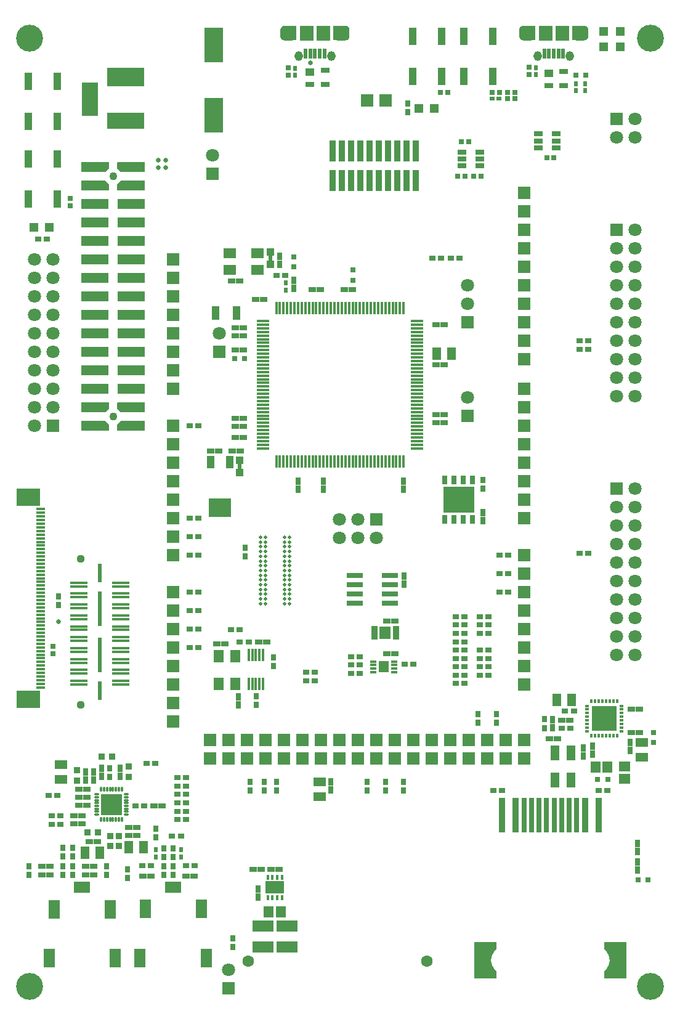
<source format=gts>
%FSLAX43Y43*%
%MOMM*%
G71*
G01*
G75*
G04 Layer_Color=8388736*
%ADD10C,0.175*%
%ADD11R,0.600X0.900*%
%ADD12R,0.800X0.650*%
%ADD13R,0.900X0.600*%
%ADD14R,0.650X0.800*%
%ADD15R,0.500X0.650*%
%ADD16R,0.600X0.550*%
%ADD17R,1.050X0.600*%
%ADD18R,0.550X0.600*%
%ADD19R,0.700X0.700*%
%ADD20R,1.000X2.250*%
%ADD21R,1.200X1.200*%
%ADD22R,1.200X1.200*%
%ADD23R,0.400X1.350*%
%ADD24R,1.100X0.600*%
%ADD25R,1.100X1.000*%
%ADD26R,0.700X0.700*%
%ADD27R,0.650X0.500*%
%ADD28R,1.500X2.400*%
%ADD29R,2.200X1.500*%
%ADD30R,1.092X1.600*%
%ADD31R,1.600X1.092*%
%ADD32R,1.350X1.500*%
%ADD33R,1.500X1.350*%
%ADD34R,0.762X0.762*%
%ADD35R,0.500X0.600*%
%ADD36R,0.762X0.762*%
%ADD37R,0.950X1.000*%
%ADD38R,2.800X1.400*%
%ADD39R,1.600X1.300*%
%ADD40R,1.300X1.600*%
%ADD41R,0.950X1.750*%
%ADD42R,2.500X4.600*%
%ADD43R,2.200X0.600*%
%ADD44R,0.300X1.700*%
%ADD45O,0.300X1.700*%
%ADD46O,1.700X0.300*%
%ADD47R,0.850X0.300*%
%ADD48R,1.300X1.400*%
%ADD49R,0.230X0.500*%
%ADD50R,0.500X0.230*%
%ADD51R,3.400X3.400*%
%ADD52C,0.320*%
%ADD53R,0.600X1.100*%
%ADD54R,4.100X3.500*%
%ADD55R,0.350X0.675*%
%ADD56R,2.500X1.700*%
%ADD57R,1.400X1.600*%
%ADD58R,0.700X0.300*%
%ADD59O,0.200X0.700*%
%ADD60O,0.700X0.200*%
%ADD61R,2.800X2.800*%
%ADD62R,1.000X1.600*%
%ADD63R,3.000X2.500*%
%ADD64R,1.200X2.000*%
%ADD65R,0.610X4.600*%
%ADD66R,2.000X4.900*%
%ADD67R,0.810X4.600*%
%ADD68R,1.100X0.300*%
%ADD69R,3.100X2.300*%
%ADD70R,2.270X0.280*%
%ADD71R,0.430X2.540*%
%ADD72R,0.430X4.700*%
%ADD73R,3.200X1.270*%
%ADD74R,3.683X1.270*%
%ADD75R,0.740X2.790*%
%ADD76C,0.180*%
%ADD77C,0.200*%
%ADD78C,0.150*%
%ADD79C,0.300*%
%ADD80C,0.165*%
%ADD81C,0.185*%
%ADD82C,0.127*%
%ADD83R,1.800X1.900*%
%ADD84R,0.300X0.900*%
%ADD85C,3.600*%
%ADD86R,1.700X1.700*%
G04:AMPARAMS|DCode=87|XSize=1.05mm|YSize=1.25mm|CornerRadius=0.525mm|HoleSize=0mm|Usage=FLASHONLY|Rotation=180.000|XOffset=0mm|YOffset=0mm|HoleType=Round|Shape=RoundedRectangle|*
%AMROUNDEDRECTD87*
21,1,1.050,0.200,0,0,180.0*
21,1,0.000,1.250,0,0,180.0*
1,1,1.050,0.000,0.100*
1,1,1.050,0.000,0.100*
1,1,1.050,0.000,-0.100*
1,1,1.050,0.000,-0.100*
%
%ADD87ROUNDEDRECTD87*%
G04:AMPARAMS|DCode=88|XSize=2.1mm|YSize=1.9mm|CornerRadius=0.494mm|HoleSize=0mm|Usage=FLASHONLY|Rotation=180.000|XOffset=0mm|YOffset=0mm|HoleType=Round|Shape=RoundedRectangle|*
%AMROUNDEDRECTD88*
21,1,2.100,0.912,0,0,180.0*
21,1,1.112,1.900,0,0,180.0*
1,1,0.988,-0.556,0.456*
1,1,0.988,0.556,0.456*
1,1,0.988,0.556,-0.456*
1,1,0.988,-0.556,-0.456*
%
%ADD88ROUNDEDRECTD88*%
%ADD89C,1.700*%
%ADD90R,1.700X1.700*%
%ADD91C,1.500*%
%ADD92R,5.000X2.400*%
%ADD93R,5.000X2.200*%
%ADD94R,2.200X4.500*%
%ADD95C,1.020*%
%ADD96C,1.000*%
%ADD97C,0.550*%
%ADD98C,0.400*%
%ADD99C,0.700*%
%ADD100C,0.660*%
%ADD101C,1.016*%
%ADD102C,0.500*%
%ADD103C,1.600*%
G04:AMPARAMS|DCode=104|XSize=2.524mm|YSize=2.524mm|CornerRadius=0mm|HoleSize=0mm|Usage=FLASHONLY|Rotation=0.000|XOffset=0mm|YOffset=0mm|HoleType=Round|Shape=Relief|Width=0.254mm|Gap=0.254mm|Entries=4|*
%AMTHD104*
7,0,0,2.524,2.016,0.254,45*
%
%ADD104THD104*%
%ADD105O,1.250X1.450*%
%ADD106O,1.425X2.100*%
%ADD107C,1.900*%
%ADD108C,2.100*%
%ADD109C,3.600*%
%AMTHOVALD110*
21,1,1.800,2.724,0,0,0.0*
1,1,2.724,-0.900,0.000*
1,1,2.724,0.900,0.000*
21,0,1.800,2.216,0,0,0.0*
1,0,2.216,-0.900,0.000*
1,0,2.216,0.900,0.000*
4,0,4,-0.810,-0.090,-1.773,-1.053,-1.953,-0.873,-0.990,0.090,-0.810,-0.090,0.0*
4,0,4,0.990,-0.090,1.953,0.873,1.773,1.053,0.810,0.090,0.990,-0.090,0.0*
4,0,4,-0.990,-0.090,-1.953,0.873,-1.773,1.053,-0.810,0.090,-0.990,-0.090,0.0*
4,0,4,0.810,-0.090,1.773,-1.053,1.953,-0.873,0.990,0.090,0.810,-0.090,0.0*
%
%ADD110THOVALD110*%

%ADD111O,4.100X1.800*%
%AMTHOVALD112*
21,1,1.700,2.824,0,0,270.0*
1,1,2.824,0.000,0.850*
1,1,2.824,0.000,-0.850*
21,0,1.700,2.316,0,0,270.0*
1,0,2.316,0.000,0.850*
1,0,2.316,0.000,-0.850*
4,0,4,-0.090,0.760,-1.088,1.759,-0.909,1.938,0.090,0.940,-0.090,0.760,0.0*
4,0,4,-0.090,-0.940,0.909,-1.938,1.088,-1.759,0.090,-0.760,-0.090,-0.940,0.0*
4,0,4,-0.090,0.940,0.909,1.938,1.088,1.759,0.090,0.760,-0.090,0.940,0.0*
4,0,4,-0.090,-0.760,-1.088,-1.759,-0.909,-1.938,0.090,-0.940,-0.090,-0.760,0.0*
%
%ADD112THOVALD112*%

%ADD113C,1.620*%
%ADD114C,1.790*%
%ADD115C,0.850*%
%ADD116C,0.800*%
%ADD117C,0.930*%
%ADD118C,3.300*%
%ADD119O,3.600X1.800*%
%ADD120O,1.900X3.600*%
%ADD121C,0.950*%
%ADD122C,0.800*%
%ADD123C,1.270*%
%ADD124R,1.300X0.600*%
%ADD125R,3.700X0.980*%
%ADD126R,0.600X1.300*%
%ADD127R,0.650X1.050*%
%ADD128R,0.980X3.700*%
%ADD129R,1.400X0.600*%
%ADD130R,0.350X0.850*%
%ADD131R,1.700X0.350*%
%ADD132C,0.280*%
%ADD133O,0.280X0.850*%
%ADD134O,0.850X0.280*%
%ADD135R,2.700X2.700*%
%ADD136R,0.700X0.230*%
%ADD137R,0.230X0.700*%
%ADD138O,1.524X0.381*%
%ADD139R,2.000X1.100*%
%ADD140R,3.000X3.000*%
%ADD141R,0.800X2.000*%
%ADD142C,0.125*%
%ADD143R,0.312X0.829*%
%ADD144R,1.490X0.201*%
%ADD145R,1.507X0.242*%
%ADD146C,0.254*%
%ADD147C,0.250*%
%ADD148C,0.600*%
%ADD149C,1.000*%
%ADD150C,0.100*%
%ADD151C,0.112*%
%ADD152R,2.100X2.100*%
%ADD153R,2.100X2.100*%
%ADD154C,0.264*%
%ADD155R,1.750X1.750*%
%ADD156R,0.870X0.870*%
%ADD157R,1.125X1.550*%
%ADD158R,1.700X1.700*%
%ADD159R,0.000X0.000*%
%ADD160R,1.350X1.550*%
%ADD161R,1.300X1.400*%
%ADD162R,0.510X0.900*%
%ADD163R,0.850X1.950*%
%ADD164R,0.700X1.000*%
%ADD165R,0.900X0.750*%
%ADD166R,1.000X0.700*%
%ADD167R,0.750X0.900*%
%ADD168R,0.600X0.750*%
%ADD169R,0.700X0.650*%
%ADD170R,1.150X0.700*%
%ADD171R,0.650X0.700*%
%ADD172R,0.800X0.800*%
%ADD173R,1.100X2.350*%
%ADD174R,1.300X1.300*%
%ADD175R,1.300X1.300*%
%ADD176R,0.500X1.450*%
%ADD177R,1.200X0.700*%
%ADD178R,1.200X1.100*%
%ADD179R,0.800X0.800*%
%ADD180R,0.750X0.600*%
%ADD181R,1.600X2.500*%
%ADD182R,2.300X1.600*%
%ADD183R,1.192X1.700*%
%ADD184R,1.700X1.192*%
%ADD185R,1.450X1.600*%
%ADD186R,1.600X1.450*%
%ADD187R,0.862X0.862*%
%ADD188R,0.600X0.700*%
%ADD189R,0.862X0.862*%
%ADD190R,1.050X1.100*%
%ADD191R,2.900X1.500*%
%ADD192R,1.700X1.400*%
%ADD193R,1.400X1.700*%
%ADD194R,1.050X1.850*%
%ADD195R,2.600X4.700*%
%ADD196R,2.300X0.700*%
%ADD197R,0.400X1.800*%
%ADD198O,0.400X1.800*%
%ADD199O,1.800X0.400*%
%ADD200R,0.950X0.400*%
%ADD201R,1.400X1.500*%
%ADD202R,0.330X0.600*%
%ADD203R,0.600X0.330*%
%ADD204R,3.500X3.500*%
%ADD205C,0.470*%
%ADD206R,0.700X1.200*%
%ADD207R,4.200X3.600*%
%ADD208R,0.450X0.775*%
%ADD209R,2.600X1.800*%
%ADD210R,1.550X1.750*%
%ADD211R,0.850X0.450*%
%ADD212O,0.300X0.800*%
%ADD213O,0.800X0.300*%
%ADD214R,2.900X2.900*%
%ADD215R,1.100X1.700*%
%ADD216R,3.100X2.600*%
%ADD217R,1.300X2.100*%
%ADD218R,0.710X4.700*%
%ADD219R,2.100X5.000*%
%ADD220R,0.910X4.700*%
%ADD221R,1.200X0.400*%
%ADD222R,3.200X2.400*%
%ADD223R,2.370X0.380*%
%ADD224R,0.530X2.640*%
%ADD225R,0.530X4.800*%
%ADD226R,3.300X1.370*%
%ADD227R,3.783X1.370*%
%ADD228R,0.840X2.890*%
%ADD229R,1.900X2.000*%
%ADD230C,3.700*%
%ADD231R,1.800X1.800*%
G04:AMPARAMS|DCode=232|XSize=1.15mm|YSize=1.35mm|CornerRadius=0.575mm|HoleSize=0mm|Usage=FLASHONLY|Rotation=180.000|XOffset=0mm|YOffset=0mm|HoleType=Round|Shape=RoundedRectangle|*
%AMROUNDEDRECTD232*
21,1,1.150,0.200,0,0,180.0*
21,1,0.000,1.350,0,0,180.0*
1,1,1.150,0.000,0.100*
1,1,1.150,0.000,0.100*
1,1,1.150,0.000,-0.100*
1,1,1.150,0.000,-0.100*
%
%ADD232ROUNDEDRECTD232*%
G04:AMPARAMS|DCode=233|XSize=2.2mm|YSize=2mm|CornerRadius=0.544mm|HoleSize=0mm|Usage=FLASHONLY|Rotation=180.000|XOffset=0mm|YOffset=0mm|HoleType=Round|Shape=RoundedRectangle|*
%AMROUNDEDRECTD233*
21,1,2.200,0.912,0,0,180.0*
21,1,1.112,2.000,0,0,180.0*
1,1,1.088,-0.556,0.456*
1,1,1.088,0.556,0.456*
1,1,1.088,0.556,-0.456*
1,1,1.088,-0.556,-0.456*
%
%ADD233ROUNDEDRECTD233*%
%ADD234C,1.800*%
%ADD235C,0.100*%
%ADD236R,1.800X1.800*%
%ADD237R,0.100X0.100*%
%ADD238R,5.100X2.500*%
%ADD239R,5.100X2.300*%
%ADD240R,2.300X4.600*%
%ADD241C,1.120*%
%ADD242C,1.100*%
%ADD243C,0.650*%
G36*
X-76810Y-52430D02*
X-76801Y-52432D01*
X-76792Y-52437D01*
X-76784Y-52443D01*
X-76778Y-52451D01*
X-76774Y-52460D01*
X-76771Y-52469D01*
X-76770Y-52479D01*
Y-53299D01*
X-76770Y-53299D01*
X-76770Y-53304D01*
X-76771Y-53309D01*
X-76773Y-53316D01*
X-76774Y-53318D01*
X-76778Y-53327D01*
X-76784Y-53334D01*
X-77234Y-53784D01*
X-77234Y-53784D01*
X-77238Y-53787D01*
X-77242Y-53791D01*
X-77251Y-53795D01*
X-77260Y-53798D01*
X-77261Y-53798D01*
X-77270Y-53799D01*
X-77270Y-53799D01*
X-80500D01*
X-80510Y-53798D01*
X-80519Y-53795D01*
X-80528Y-53791D01*
X-80536Y-53784D01*
X-80542Y-53777D01*
X-80546Y-53768D01*
X-80549Y-53759D01*
X-80550Y-53749D01*
Y-52479D01*
X-80549Y-52469D01*
X-80546Y-52460D01*
X-80542Y-52451D01*
X-80536Y-52443D01*
X-80528Y-52437D01*
X-80519Y-52432D01*
X-80510Y-52430D01*
X-80500Y-52429D01*
X-76820D01*
X-76810Y-52430D01*
D02*
G37*
G36*
X-71860D02*
X-71851Y-52432D01*
X-71842Y-52437D01*
X-71834Y-52443D01*
X-71828Y-52451D01*
X-71824Y-52460D01*
X-71821Y-52469D01*
X-71820Y-52479D01*
Y-53749D01*
X-71821Y-53759D01*
X-71824Y-53768D01*
X-71828Y-53777D01*
X-71834Y-53784D01*
X-71842Y-53791D01*
X-71851Y-53795D01*
X-71860Y-53798D01*
X-71870Y-53799D01*
X-75100D01*
X-75100Y-53799D01*
X-75109Y-53798D01*
X-75110Y-53798D01*
X-75119Y-53795D01*
X-75128Y-53791D01*
X-75132Y-53787D01*
X-75136Y-53784D01*
X-75136Y-53784D01*
X-75586Y-53334D01*
X-75592Y-53327D01*
X-75596Y-53318D01*
X-75597Y-53316D01*
X-75599Y-53309D01*
X-75600Y-53304D01*
X-75600Y-53299D01*
X-75600Y-53299D01*
Y-52479D01*
X-75599Y-52469D01*
X-75596Y-52460D01*
X-75592Y-52451D01*
X-75586Y-52443D01*
X-75578Y-52437D01*
X-75569Y-52432D01*
X-75560Y-52430D01*
X-75550Y-52429D01*
X-71870D01*
X-71860Y-52430D01*
D02*
G37*
G36*
X-77261Y-21950D02*
X-77260Y-21950D01*
X-77251Y-21952D01*
X-77242Y-21957D01*
X-77238Y-21961D01*
X-77234Y-21963D01*
X-77234Y-21963D01*
X-76784Y-22413D01*
X-76778Y-22421D01*
X-76774Y-22430D01*
X-76773Y-22432D01*
X-76771Y-22439D01*
X-76770Y-22444D01*
X-76770Y-22449D01*
X-76770Y-22449D01*
Y-23269D01*
X-76771Y-23279D01*
X-76774Y-23288D01*
X-76778Y-23297D01*
X-76784Y-23304D01*
X-76792Y-23311D01*
X-76801Y-23315D01*
X-76810Y-23318D01*
X-76820Y-23319D01*
X-80500D01*
X-80510Y-23318D01*
X-80519Y-23315D01*
X-80528Y-23311D01*
X-80536Y-23304D01*
X-80542Y-23297D01*
X-80546Y-23288D01*
X-80549Y-23279D01*
X-80550Y-23269D01*
Y-21999D01*
X-80549Y-21989D01*
X-80546Y-21980D01*
X-80542Y-21971D01*
X-80536Y-21963D01*
X-80528Y-21957D01*
X-80519Y-21952D01*
X-80510Y-21950D01*
X-80500Y-21949D01*
X-77270D01*
X-77270Y-21949D01*
X-77261Y-21950D01*
D02*
G37*
G36*
X-75100Y-54969D02*
X-71870D01*
X-71860Y-54970D01*
X-71851Y-54972D01*
X-71842Y-54977D01*
X-71834Y-54983D01*
X-71828Y-54991D01*
X-71824Y-55000D01*
X-71821Y-55009D01*
X-71820Y-55019D01*
Y-56289D01*
X-71821Y-56299D01*
X-71824Y-56308D01*
X-71828Y-56317D01*
X-71834Y-56324D01*
X-71842Y-56331D01*
X-71851Y-56335D01*
X-71860Y-56338D01*
X-71870Y-56339D01*
X-75550D01*
X-75560Y-56338D01*
X-75569Y-56335D01*
X-75578Y-56331D01*
X-75586Y-56324D01*
X-75592Y-56317D01*
X-75596Y-56308D01*
X-75599Y-56299D01*
X-75600Y-56289D01*
Y-55469D01*
X-75600Y-55469D01*
X-75600Y-55464D01*
X-75599Y-55459D01*
X-75597Y-55452D01*
X-75596Y-55450D01*
X-75592Y-55441D01*
X-75586Y-55433D01*
X-75136Y-54983D01*
X-75136Y-54983D01*
X-75132Y-54981D01*
X-75128Y-54977D01*
X-75119Y-54972D01*
X-75110Y-54970D01*
X-75109Y-54970D01*
X-75100Y-54969D01*
X-75100Y-54969D01*
D02*
G37*
G36*
X-23485Y-126596D02*
X-23476Y-126599D01*
X-23467Y-126603D01*
X-23459Y-126609D01*
X-23453Y-126617D01*
X-23449Y-126626D01*
X-23446Y-126635D01*
X-23445Y-126645D01*
X-23445Y-127581D01*
X-23445Y-127584D01*
X-23445Y-127586D01*
X-23446Y-127588D01*
X-23446Y-127591D01*
X-23447Y-127593D01*
X-23447Y-127596D01*
X-23448Y-127598D01*
X-23449Y-127600D01*
X-23450Y-127603D01*
X-23451Y-127605D01*
X-23452Y-127607D01*
X-23453Y-127609D01*
X-23455Y-127611D01*
X-23457Y-127613D01*
X-23458Y-127615D01*
X-23459Y-127616D01*
X-23462Y-127618D01*
X-23464Y-127620D01*
X-23465Y-127621D01*
X-23467Y-127623D01*
X-23469Y-127624D01*
X-23704Y-127816D01*
X-23929Y-128090D01*
X-24096Y-128403D01*
X-24199Y-128742D01*
X-24233Y-129095D01*
X-24199Y-129448D01*
X-24096Y-129787D01*
X-23929Y-130100D01*
X-23704Y-130374D01*
X-23481Y-130556D01*
X-23479Y-130557D01*
X-23475Y-130558D01*
X-23474Y-130559D01*
X-23474Y-130559D01*
X-23470Y-130561D01*
X-23466Y-130563D01*
X-23466Y-130564D01*
X-23465Y-130564D01*
X-23462Y-130567D01*
X-23459Y-130569D01*
X-23458Y-130570D01*
X-23458Y-130570D01*
X-23455Y-130574D01*
X-23452Y-130577D01*
X-23452Y-130578D01*
X-23452Y-130578D01*
X-23450Y-130582D01*
X-23448Y-130586D01*
X-23447Y-130586D01*
X-23447Y-130587D01*
X-23446Y-130591D01*
X-23445Y-130595D01*
X-23445Y-130596D01*
X-23445Y-130596D01*
X-23444Y-130601D01*
X-23444Y-130605D01*
X-23444Y-130606D01*
X-23444Y-130606D01*
X-23444Y-130610D01*
X-23445Y-130615D01*
Y-131545D01*
X-23446Y-131555D01*
X-23449Y-131564D01*
X-23453Y-131573D01*
X-23459Y-131581D01*
X-23467Y-131587D01*
X-23476Y-131591D01*
X-23485Y-131594D01*
X-23495Y-131595D01*
X-26495D01*
X-26505Y-131594D01*
X-26514Y-131591D01*
X-26523Y-131587D01*
X-26531Y-131581D01*
X-26537Y-131573D01*
X-26541Y-131564D01*
X-26544Y-131555D01*
X-26545Y-131545D01*
Y-126645D01*
X-26544Y-126635D01*
X-26541Y-126626D01*
X-26537Y-126617D01*
X-26531Y-126609D01*
X-26523Y-126603D01*
X-26514Y-126599D01*
X-26505Y-126596D01*
X-26495Y-126595D01*
X-23495D01*
X-23485Y-126596D01*
D02*
G37*
G36*
X-5645D02*
X-5636Y-126599D01*
X-5627Y-126603D01*
X-5619Y-126609D01*
X-5613Y-126617D01*
X-5609Y-126626D01*
X-5606Y-126635D01*
X-5605Y-126645D01*
Y-131545D01*
X-5606Y-131555D01*
X-5609Y-131564D01*
X-5613Y-131573D01*
X-5619Y-131581D01*
X-5627Y-131587D01*
X-5636Y-131591D01*
X-5645Y-131594D01*
X-5655Y-131595D01*
X-8655D01*
X-8665Y-131594D01*
X-8674Y-131591D01*
X-8683Y-131587D01*
X-8691Y-131581D01*
X-8697Y-131573D01*
X-8701Y-131564D01*
X-8704Y-131555D01*
X-8705Y-131545D01*
X-8705Y-130610D01*
D01*
Y-130609D01*
X-8705Y-130606D01*
X-8705Y-130602D01*
X-8704Y-130601D01*
X-8704Y-130600D01*
X-8703Y-130596D01*
X-8702Y-130593D01*
X-8702Y-130592D01*
X-8701Y-130590D01*
X-8699Y-130587D01*
X-8698Y-130584D01*
X-8698Y-130583D01*
X-8697Y-130582D01*
X-8694Y-130578D01*
X-8692Y-130576D01*
X-8692Y-130575D01*
X-8691Y-130574D01*
X-8687Y-130571D01*
X-8685Y-130569D01*
X-8684Y-130569D01*
X-8683Y-130568D01*
X-8682Y-130567D01*
X-8446Y-130374D01*
X-8221Y-130100D01*
X-8054Y-129787D01*
X-7951Y-129448D01*
X-7917Y-129095D01*
X-7951Y-128742D01*
X-8054Y-128403D01*
X-8221Y-128090D01*
X-8446Y-127816D01*
X-8669Y-127634D01*
X-8671Y-127633D01*
X-8675Y-127632D01*
X-8676Y-127631D01*
X-8676Y-127631D01*
X-8680Y-127629D01*
X-8684Y-127627D01*
X-8684Y-127626D01*
X-8685Y-127626D01*
X-8688Y-127623D01*
X-8691Y-127621D01*
X-8692Y-127620D01*
X-8692Y-127620D01*
X-8695Y-127616D01*
X-8698Y-127613D01*
X-8698Y-127612D01*
X-8698Y-127612D01*
X-8700Y-127608D01*
X-8702Y-127604D01*
X-8703Y-127604D01*
X-8703Y-127603D01*
X-8704Y-127599D01*
X-8705Y-127595D01*
X-8705Y-127594D01*
X-8705Y-127594D01*
X-8706Y-127589D01*
X-8706Y-127585D01*
X-8706Y-127584D01*
X-8706Y-127584D01*
X-8706Y-127580D01*
X-8705Y-127575D01*
Y-126645D01*
X-8704Y-126635D01*
X-8701Y-126626D01*
X-8697Y-126617D01*
X-8691Y-126609D01*
X-8683Y-126603D01*
X-8674Y-126599D01*
X-8665Y-126596D01*
X-8655Y-126595D01*
X-5655D01*
X-5645Y-126596D01*
D02*
G37*
G36*
X-77261Y-54970D02*
X-77260Y-54970D01*
X-77251Y-54972D01*
X-77242Y-54977D01*
X-77238Y-54981D01*
X-77234Y-54983D01*
X-77234Y-54983D01*
X-76784Y-55433D01*
X-76778Y-55441D01*
X-76774Y-55450D01*
X-76773Y-55452D01*
X-76771Y-55459D01*
X-76770Y-55464D01*
X-76770Y-55469D01*
X-76770Y-55469D01*
Y-56289D01*
X-76771Y-56299D01*
X-76774Y-56308D01*
X-76778Y-56317D01*
X-76784Y-56324D01*
X-76792Y-56331D01*
X-76801Y-56335D01*
X-76810Y-56338D01*
X-76820Y-56339D01*
X-80500D01*
X-80510Y-56338D01*
X-80519Y-56335D01*
X-80528Y-56331D01*
X-80536Y-56324D01*
X-80542Y-56317D01*
X-80546Y-56308D01*
X-80549Y-56299D01*
X-80550Y-56289D01*
Y-55019D01*
X-80549Y-55009D01*
X-80546Y-55000D01*
X-80542Y-54991D01*
X-80536Y-54983D01*
X-80528Y-54977D01*
X-80519Y-54972D01*
X-80510Y-54970D01*
X-80500Y-54969D01*
X-77270D01*
X-77270Y-54969D01*
X-77261Y-54970D01*
D02*
G37*
G36*
X-11398Y-675D02*
X-11396Y-675D01*
X-11348Y-679D01*
X-11347Y-679D01*
X-11345Y-679D01*
X-11292Y-686D01*
X-11289Y-687D01*
X-11285Y-688D01*
X-11232Y-703D01*
X-11230Y-703D01*
X-11228Y-704D01*
X-11185Y-720D01*
X-11183Y-721D01*
X-11181Y-722D01*
X-11139Y-742D01*
X-11137Y-743D01*
X-11134Y-745D01*
X-11090Y-773D01*
X-11088Y-774D01*
X-11087Y-775D01*
X-11049Y-804D01*
X-11047Y-805D01*
X-11046Y-806D01*
X-11007Y-840D01*
X-11004Y-843D01*
X-11001Y-846D01*
X-10972Y-882D01*
X-10971Y-883D01*
X-10971Y-884D01*
X-10943Y-921D01*
X-10941Y-923D01*
X-10940Y-926D01*
X-10916Y-967D01*
X-10915Y-969D01*
X-10914Y-970D01*
X-10894Y-1012D01*
X-10893Y-1014D01*
X-10892Y-1016D01*
X-10876Y-1058D01*
X-10875Y-1061D01*
X-10874Y-1064D01*
X-10862Y-1115D01*
X-10862Y-1117D01*
X-10861Y-1119D01*
X-10854Y-1164D01*
X-10854Y-1166D01*
X-10854Y-1168D01*
X-10850Y-1221D01*
X-10850Y-1223D01*
X-10850Y-1225D01*
Y-2125D01*
X-10850Y-2127D01*
X-10850Y-2129D01*
X-10854Y-2184D01*
X-10854Y-2186D01*
X-10855Y-2189D01*
X-10863Y-2234D01*
X-10863Y-2235D01*
X-10863Y-2237D01*
X-10875Y-2287D01*
X-10876Y-2290D01*
X-10877Y-2294D01*
X-10893Y-2334D01*
X-10906Y-2366D01*
X-10908Y-2370D01*
X-10910Y-2373D01*
X-10935Y-2416D01*
X-10936Y-2418D01*
X-10937Y-2420D01*
X-10963Y-2457D01*
X-10964Y-2458D01*
X-10965Y-2460D01*
X-10996Y-2498D01*
X-10999Y-2500D01*
X-11001Y-2503D01*
X-11046Y-2544D01*
X-11048Y-2546D01*
X-11050Y-2547D01*
X-11090Y-2577D01*
X-11092Y-2578D01*
X-11093Y-2579D01*
X-11139Y-2609D01*
X-11142Y-2610D01*
X-11145Y-2612D01*
X-11198Y-2636D01*
X-11201Y-2637D01*
X-11205Y-2638D01*
X-11292Y-2664D01*
X-11297Y-2665D01*
X-11301Y-2666D01*
X-11301Y-2666D01*
X-11301Y-2666D01*
X-11301D01*
X-11395Y-2675D01*
X-11398Y-2675D01*
X-11400Y-2675D01*
X-13000D01*
X-13010Y-2674D01*
X-13019Y-2671D01*
X-13028Y-2667D01*
X-13036Y-2661D01*
X-13042Y-2653D01*
X-13046Y-2644D01*
X-13049Y-2635D01*
X-13050Y-2625D01*
Y-725D01*
X-13049Y-715D01*
X-13046Y-706D01*
X-13042Y-697D01*
X-13036Y-689D01*
X-13028Y-683D01*
X-13019Y-679D01*
X-13010Y-676D01*
X-13000Y-675D01*
X-11400D01*
X-11398Y-675D01*
D02*
G37*
G36*
X-51024Y-676D02*
X-51015Y-679D01*
X-51006Y-683D01*
X-50998Y-689D01*
X-50992Y-697D01*
X-50988Y-706D01*
X-50985Y-715D01*
X-50984Y-725D01*
Y-2625D01*
X-50985Y-2635D01*
X-50988Y-2644D01*
X-50992Y-2653D01*
X-50998Y-2661D01*
X-51006Y-2667D01*
X-51015Y-2671D01*
X-51024Y-2674D01*
X-51034Y-2675D01*
X-52634D01*
X-52636Y-2675D01*
X-52638Y-2675D01*
X-52686Y-2671D01*
X-52687Y-2671D01*
X-52689Y-2671D01*
X-52742Y-2664D01*
X-52745Y-2663D01*
X-52749Y-2662D01*
X-52802Y-2647D01*
X-52804Y-2647D01*
X-52806Y-2646D01*
X-52849Y-2630D01*
X-52851Y-2629D01*
X-52853Y-2628D01*
X-52895Y-2608D01*
X-52897Y-2607D01*
X-52900Y-2605D01*
X-52944Y-2577D01*
X-52946Y-2576D01*
X-52947Y-2575D01*
X-52985Y-2546D01*
X-52987Y-2545D01*
X-52988Y-2544D01*
X-53027Y-2510D01*
X-53030Y-2507D01*
X-53033Y-2504D01*
X-53062Y-2468D01*
X-53063Y-2467D01*
X-53063Y-2466D01*
X-53091Y-2429D01*
X-53093Y-2427D01*
X-53094Y-2424D01*
X-53118Y-2383D01*
X-53119Y-2381D01*
X-53120Y-2380D01*
X-53140Y-2338D01*
X-53141Y-2336D01*
X-53142Y-2334D01*
X-53158Y-2292D01*
X-53159Y-2289D01*
X-53160Y-2286D01*
X-53172Y-2235D01*
X-53172Y-2233D01*
X-53173Y-2231D01*
X-53180Y-2186D01*
X-53180Y-2184D01*
X-53180Y-2182D01*
X-53184Y-2129D01*
X-53184Y-2127D01*
X-53184Y-2125D01*
Y-1225D01*
X-53184Y-1223D01*
X-53184Y-1221D01*
X-53180Y-1166D01*
X-53180Y-1164D01*
X-53179Y-1161D01*
X-53171Y-1116D01*
X-53171Y-1115D01*
X-53171Y-1113D01*
X-53159Y-1063D01*
X-53158Y-1060D01*
X-53157Y-1056D01*
X-53141Y-1016D01*
X-53128Y-984D01*
X-53126Y-980D01*
X-53124Y-977D01*
X-53099Y-934D01*
X-53098Y-932D01*
X-53097Y-930D01*
X-53071Y-893D01*
X-53070Y-892D01*
X-53069Y-890D01*
X-53038Y-852D01*
X-53035Y-850D01*
X-53033Y-847D01*
X-52988Y-806D01*
X-52986Y-804D01*
X-52984Y-803D01*
X-52944Y-773D01*
X-52942Y-772D01*
X-52941Y-771D01*
X-52895Y-742D01*
X-52892Y-740D01*
X-52889Y-738D01*
X-52836Y-714D01*
X-52833Y-713D01*
X-52829Y-712D01*
X-52742Y-686D01*
X-52737Y-685D01*
X-52733Y-684D01*
X-52733Y-684D01*
X-52733Y-684D01*
X-52733D01*
X-52639Y-675D01*
X-52636Y-675D01*
X-52634Y-675D01*
X-51034D01*
X-51024Y-676D01*
D02*
G37*
G36*
X-18190D02*
X-18181Y-679D01*
X-18172Y-683D01*
X-18164Y-689D01*
X-18158Y-697D01*
X-18154Y-706D01*
X-18151Y-715D01*
X-18150Y-725D01*
Y-2625D01*
X-18151Y-2635D01*
X-18154Y-2644D01*
X-18158Y-2653D01*
X-18164Y-2661D01*
X-18172Y-2667D01*
X-18181Y-2671D01*
X-18190Y-2674D01*
X-18200Y-2675D01*
X-19800D01*
X-19802Y-2675D01*
X-19804Y-2675D01*
X-19852Y-2671D01*
X-19853Y-2671D01*
X-19855Y-2671D01*
X-19908Y-2664D01*
X-19911Y-2663D01*
X-19915Y-2662D01*
X-19968Y-2647D01*
X-19970Y-2647D01*
X-19972Y-2646D01*
X-20015Y-2630D01*
X-20017Y-2629D01*
X-20019Y-2628D01*
X-20061Y-2608D01*
X-20063Y-2607D01*
X-20066Y-2605D01*
X-20110Y-2577D01*
X-20112Y-2576D01*
X-20113Y-2575D01*
X-20151Y-2546D01*
X-20153Y-2545D01*
X-20154Y-2544D01*
X-20193Y-2510D01*
X-20196Y-2507D01*
X-20199Y-2504D01*
X-20228Y-2468D01*
X-20229Y-2467D01*
X-20229Y-2466D01*
X-20257Y-2429D01*
X-20259Y-2427D01*
X-20260Y-2424D01*
X-20284Y-2383D01*
X-20285Y-2381D01*
X-20286Y-2380D01*
X-20306Y-2338D01*
X-20307Y-2336D01*
X-20308Y-2334D01*
X-20324Y-2292D01*
X-20325Y-2289D01*
X-20326Y-2286D01*
X-20338Y-2235D01*
X-20338Y-2233D01*
X-20339Y-2231D01*
X-20346Y-2186D01*
X-20346Y-2184D01*
X-20346Y-2182D01*
X-20350Y-2129D01*
X-20350Y-2127D01*
X-20350Y-2125D01*
Y-1225D01*
X-20350Y-1223D01*
X-20350Y-1221D01*
X-20346Y-1166D01*
X-20346Y-1164D01*
X-20345Y-1161D01*
X-20337Y-1116D01*
X-20337Y-1115D01*
X-20337Y-1113D01*
X-20325Y-1063D01*
X-20324Y-1060D01*
X-20323Y-1056D01*
X-20307Y-1016D01*
X-20294Y-984D01*
X-20292Y-980D01*
X-20290Y-977D01*
X-20265Y-934D01*
X-20264Y-932D01*
X-20263Y-930D01*
X-20237Y-893D01*
X-20236Y-892D01*
X-20235Y-890D01*
X-20204Y-852D01*
X-20201Y-850D01*
X-20199Y-847D01*
X-20154Y-806D01*
X-20152Y-804D01*
X-20150Y-803D01*
X-20110Y-773D01*
X-20108Y-772D01*
X-20107Y-771D01*
X-20061Y-742D01*
X-20058Y-740D01*
X-20055Y-738D01*
X-20002Y-714D01*
X-19999Y-713D01*
X-19995Y-712D01*
X-19908Y-686D01*
X-19903Y-685D01*
X-19899Y-684D01*
X-19899Y-684D01*
X-19899Y-684D01*
X-19899D01*
X-19805Y-675D01*
X-19802Y-675D01*
X-19800Y-675D01*
X-18200D01*
X-18190Y-676D01*
D02*
G37*
G36*
X-44232Y-675D02*
X-44230Y-675D01*
X-44182Y-679D01*
X-44181Y-679D01*
X-44179Y-679D01*
X-44126Y-686D01*
X-44123Y-687D01*
X-44119Y-688D01*
X-44066Y-703D01*
X-44064Y-703D01*
X-44062Y-704D01*
X-44019Y-720D01*
X-44017Y-721D01*
X-44015Y-722D01*
X-43973Y-742D01*
X-43971Y-743D01*
X-43968Y-745D01*
X-43924Y-773D01*
X-43922Y-774D01*
X-43921Y-775D01*
X-43883Y-804D01*
X-43881Y-805D01*
X-43880Y-806D01*
X-43841Y-840D01*
X-43838Y-843D01*
X-43835Y-846D01*
X-43806Y-882D01*
X-43805Y-883D01*
X-43805Y-884D01*
X-43777Y-921D01*
X-43775Y-923D01*
X-43774Y-926D01*
X-43750Y-967D01*
X-43749Y-969D01*
X-43748Y-970D01*
X-43728Y-1012D01*
X-43727Y-1014D01*
X-43726Y-1016D01*
X-43710Y-1058D01*
X-43709Y-1061D01*
X-43708Y-1064D01*
X-43696Y-1115D01*
X-43696Y-1117D01*
X-43695Y-1119D01*
X-43688Y-1164D01*
X-43688Y-1166D01*
X-43688Y-1168D01*
X-43684Y-1221D01*
X-43684Y-1223D01*
X-43684Y-1225D01*
Y-2125D01*
X-43684Y-2127D01*
X-43684Y-2129D01*
X-43688Y-2184D01*
X-43688Y-2186D01*
X-43689Y-2189D01*
X-43697Y-2234D01*
X-43697Y-2235D01*
X-43697Y-2237D01*
X-43709Y-2287D01*
X-43710Y-2290D01*
X-43711Y-2294D01*
X-43727Y-2334D01*
X-43740Y-2366D01*
X-43742Y-2370D01*
X-43744Y-2373D01*
X-43769Y-2416D01*
X-43770Y-2418D01*
X-43771Y-2420D01*
X-43797Y-2457D01*
X-43798Y-2458D01*
X-43799Y-2460D01*
X-43830Y-2498D01*
X-43833Y-2500D01*
X-43835Y-2503D01*
X-43880Y-2544D01*
X-43882Y-2546D01*
X-43884Y-2547D01*
X-43924Y-2577D01*
X-43926Y-2578D01*
X-43927Y-2579D01*
X-43973Y-2609D01*
X-43976Y-2610D01*
X-43979Y-2612D01*
X-44032Y-2636D01*
X-44035Y-2637D01*
X-44039Y-2638D01*
X-44126Y-2664D01*
X-44131Y-2665D01*
X-44135Y-2666D01*
X-44135Y-2666D01*
X-44135Y-2666D01*
X-44135D01*
X-44229Y-2675D01*
X-44232Y-2675D01*
X-44234Y-2675D01*
X-45834D01*
X-45844Y-2674D01*
X-45853Y-2671D01*
X-45862Y-2667D01*
X-45870Y-2661D01*
X-45876Y-2653D01*
X-45880Y-2644D01*
X-45883Y-2635D01*
X-45884Y-2625D01*
Y-725D01*
X-45883Y-715D01*
X-45880Y-706D01*
X-45876Y-697D01*
X-45870Y-689D01*
X-45862Y-683D01*
X-45853Y-679D01*
X-45844Y-676D01*
X-45834Y-675D01*
X-44234D01*
X-44232Y-675D01*
D02*
G37*
G36*
X-75100Y-21949D02*
X-71870D01*
X-71860Y-21950D01*
X-71851Y-21952D01*
X-71842Y-21957D01*
X-71834Y-21963D01*
X-71828Y-21971D01*
X-71824Y-21980D01*
X-71821Y-21989D01*
X-71820Y-21999D01*
Y-23269D01*
X-71821Y-23279D01*
X-71824Y-23288D01*
X-71828Y-23297D01*
X-71834Y-23304D01*
X-71842Y-23311D01*
X-71851Y-23315D01*
X-71860Y-23318D01*
X-71870Y-23319D01*
X-75550D01*
X-75560Y-23318D01*
X-75569Y-23315D01*
X-75578Y-23311D01*
X-75586Y-23304D01*
X-75592Y-23297D01*
X-75596Y-23288D01*
X-75599Y-23279D01*
X-75600Y-23269D01*
Y-22449D01*
X-75600Y-22449D01*
X-75600Y-22444D01*
X-75599Y-22439D01*
X-75597Y-22432D01*
X-75596Y-22430D01*
X-75592Y-22421D01*
X-75586Y-22413D01*
X-75136Y-21963D01*
X-75136Y-21963D01*
X-75132Y-21961D01*
X-75128Y-21957D01*
X-75119Y-21952D01*
X-75110Y-21950D01*
X-75109Y-21950D01*
X-75100Y-21949D01*
X-75100Y-21949D01*
D02*
G37*
G36*
X-76810Y-19410D02*
X-76801Y-19412D01*
X-76792Y-19417D01*
X-76784Y-19423D01*
X-76778Y-19431D01*
X-76774Y-19440D01*
X-76771Y-19449D01*
X-76770Y-19459D01*
Y-20279D01*
X-76770Y-20279D01*
X-76770Y-20284D01*
X-76771Y-20289D01*
X-76773Y-20296D01*
X-76774Y-20298D01*
X-76778Y-20307D01*
X-76784Y-20314D01*
X-77234Y-20764D01*
X-77234Y-20764D01*
X-77238Y-20767D01*
X-77242Y-20771D01*
X-77251Y-20775D01*
X-77260Y-20778D01*
X-77261Y-20778D01*
X-77270Y-20779D01*
X-77270Y-20779D01*
X-80500D01*
X-80510Y-20778D01*
X-80519Y-20775D01*
X-80528Y-20771D01*
X-80536Y-20764D01*
X-80542Y-20757D01*
X-80546Y-20748D01*
X-80549Y-20739D01*
X-80550Y-20729D01*
Y-19459D01*
X-80549Y-19449D01*
X-80546Y-19440D01*
X-80542Y-19431D01*
X-80536Y-19423D01*
X-80528Y-19417D01*
X-80519Y-19412D01*
X-80510Y-19410D01*
X-80500Y-19409D01*
X-76820D01*
X-76810Y-19410D01*
D02*
G37*
G36*
X-71860D02*
X-71851Y-19412D01*
X-71842Y-19417D01*
X-71834Y-19423D01*
X-71828Y-19431D01*
X-71824Y-19440D01*
X-71821Y-19449D01*
X-71820Y-19459D01*
Y-20729D01*
X-71821Y-20739D01*
X-71824Y-20748D01*
X-71828Y-20757D01*
X-71834Y-20764D01*
X-71842Y-20771D01*
X-71851Y-20775D01*
X-71860Y-20778D01*
X-71870Y-20779D01*
X-75100D01*
X-75100Y-20779D01*
X-75109Y-20778D01*
X-75110Y-20778D01*
X-75119Y-20775D01*
X-75128Y-20771D01*
X-75132Y-20767D01*
X-75136Y-20764D01*
X-75136Y-20764D01*
X-75586Y-20314D01*
X-75592Y-20307D01*
X-75596Y-20298D01*
X-75597Y-20296D01*
X-75599Y-20289D01*
X-75600Y-20284D01*
X-75600Y-20279D01*
X-75600Y-20279D01*
Y-19459D01*
X-75599Y-19449D01*
X-75596Y-19440D01*
X-75592Y-19431D01*
X-75586Y-19423D01*
X-75578Y-19417D01*
X-75569Y-19412D01*
X-75560Y-19410D01*
X-75550Y-19409D01*
X-71870D01*
X-71860Y-19410D01*
D02*
G37*
D99*
X-8675Y-94875D02*
D03*
Y-96875D02*
D03*
Y-95875D02*
D03*
X-7675Y-94875D02*
D03*
Y-96875D02*
D03*
X-9675Y-94875D02*
D03*
Y-96875D02*
D03*
X-7675Y-95875D02*
D03*
X-9675D02*
D03*
D103*
X-57627Y-129200D02*
D03*
X-33028D02*
D03*
D162*
X-54570Y-32575D02*
D03*
X-58755Y-61225D02*
D03*
D163*
X-40225Y-84125D02*
D03*
X-37325D02*
D03*
D164*
X-4075Y-114125D02*
D03*
Y-113025D02*
D03*
X-50750Y-64350D02*
D03*
Y-63250D02*
D03*
X-36250Y-64350D02*
D03*
Y-63250D02*
D03*
X-47250Y-64350D02*
D03*
Y-63250D02*
D03*
X-51300Y-35650D02*
D03*
Y-36750D02*
D03*
X-53275Y-32375D02*
D03*
Y-33475D02*
D03*
X-36225Y-77375D02*
D03*
Y-76275D02*
D03*
X-25325Y-67550D02*
D03*
Y-68650D02*
D03*
X-46248Y-105700D02*
D03*
Y-104600D02*
D03*
X-10250Y-100750D02*
D03*
Y-99650D02*
D03*
X-11525Y-99900D02*
D03*
Y-101000D02*
D03*
X-4075Y-115550D02*
D03*
Y-116650D02*
D03*
X-5100Y-100225D02*
D03*
Y-99125D02*
D03*
X-15750Y-97125D02*
D03*
Y-96025D02*
D03*
X-75250Y-102732D02*
D03*
Y-103832D02*
D03*
X-58975Y-93975D02*
D03*
Y-92875D02*
D03*
X-79975Y-103225D02*
D03*
Y-104325D02*
D03*
X-78850Y-103225D02*
D03*
Y-104325D02*
D03*
X-77750Y-102725D02*
D03*
Y-103825D02*
D03*
X-56250Y-119280D02*
D03*
Y-120380D02*
D03*
D165*
X-73100Y-107875D02*
D03*
X-71900D02*
D03*
X-58750Y-85325D02*
D03*
X-57550D02*
D03*
X-32315Y-32600D02*
D03*
X-31115D02*
D03*
X-29742D02*
D03*
X-28542D02*
D03*
X-23100Y-78525D02*
D03*
X-21900D02*
D03*
X-10850Y-43975D02*
D03*
X-12050D02*
D03*
X-10850Y-45125D02*
D03*
X-12050D02*
D03*
X-21900Y-73419D02*
D03*
X-23100D02*
D03*
X-21900Y-75969D02*
D03*
X-23100D02*
D03*
X-10850Y-73175D02*
D03*
X-12050D02*
D03*
X-65675Y-55644D02*
D03*
X-64475D02*
D03*
X-65675Y-68369D02*
D03*
X-64475D02*
D03*
X-65675Y-70894D02*
D03*
X-64475D02*
D03*
X-65675Y-73444D02*
D03*
X-64475D02*
D03*
X-65675Y-78519D02*
D03*
X-64475D02*
D03*
X-65675Y-81069D02*
D03*
X-64475D02*
D03*
X-65675Y-83594D02*
D03*
X-64475D02*
D03*
X-65675Y-86119D02*
D03*
X-64475D02*
D03*
X-67325Y-107450D02*
D03*
X-66125D02*
D03*
X-67325Y-109750D02*
D03*
X-66125D02*
D03*
X-58800Y-83675D02*
D03*
X-60000D02*
D03*
X-67325Y-108600D02*
D03*
X-66125D02*
D03*
X-67325Y-106300D02*
D03*
X-66125D02*
D03*
X-67325Y-105150D02*
D03*
X-66125D02*
D03*
X-49675Y-89500D02*
D03*
X-48475D02*
D03*
X-49675Y-90650D02*
D03*
X-48475D02*
D03*
X-53728Y-34968D02*
D03*
X-52528D02*
D03*
X-85250Y-29969D02*
D03*
X-86450D02*
D03*
X-43500Y-89675D02*
D03*
X-42300D02*
D03*
X-43500Y-88525D02*
D03*
X-42300D02*
D03*
X-43500Y-87375D02*
D03*
X-42300D02*
D03*
X-36125Y-88425D02*
D03*
X-34925D02*
D03*
X-29069Y-91048D02*
D03*
X-27869D02*
D03*
X-8250Y-105775D02*
D03*
X-9450D02*
D03*
X-22700Y-105800D02*
D03*
X-23900D02*
D03*
X-13350Y-97250D02*
D03*
X-14550D02*
D03*
X-29069Y-84173D02*
D03*
X-27869D02*
D03*
X-29069Y-87623D02*
D03*
X-27869D02*
D03*
X-29069Y-86473D02*
D03*
X-27869D02*
D03*
X-29069Y-83023D02*
D03*
X-27869D02*
D03*
X-29069Y-81873D02*
D03*
X-27869D02*
D03*
X-29069Y-89923D02*
D03*
X-27869D02*
D03*
X-29069Y-85323D02*
D03*
X-27869D02*
D03*
X-14050Y-94825D02*
D03*
X-12850D02*
D03*
X-29069Y-88773D02*
D03*
X-27869D02*
D03*
X-24594Y-86473D02*
D03*
X-25794D02*
D03*
X-24594Y-83023D02*
D03*
X-25794D02*
D03*
X-24594Y-81873D02*
D03*
X-25794D02*
D03*
X-24594Y-89923D02*
D03*
X-25794D02*
D03*
X-25794Y-88773D02*
D03*
X-24594D02*
D03*
X-24588Y-84173D02*
D03*
X-25788D02*
D03*
X-24594Y-87623D02*
D03*
X-25794D02*
D03*
X-67325Y-104000D02*
D03*
X-66125D02*
D03*
X-83450Y-109250D02*
D03*
X-84650D02*
D03*
X-83450Y-110400D02*
D03*
X-84650D02*
D03*
X-68075Y-112025D02*
D03*
X-66875D02*
D03*
X-70950Y-116125D02*
D03*
X-72150D02*
D03*
X-66175D02*
D03*
X-64975D02*
D03*
X-83875Y-106400D02*
D03*
X-85075D02*
D03*
X-71600Y-102025D02*
D03*
X-70400D02*
D03*
D166*
X-70525Y-107875D02*
D03*
X-69425D02*
D03*
X-56950Y-116580D02*
D03*
X-55850D02*
D03*
X-53375D02*
D03*
X-54475D02*
D03*
X-56200Y-85350D02*
D03*
X-55100D02*
D03*
X-59350Y-43300D02*
D03*
X-58250D02*
D03*
X-59350Y-55750D02*
D03*
X-58250D02*
D03*
X-30650Y-55250D02*
D03*
X-31750D02*
D03*
X-30650Y-47250D02*
D03*
X-31750D02*
D03*
X-47700Y-36900D02*
D03*
X-48800D02*
D03*
X-56600Y-38250D02*
D03*
X-55500D02*
D03*
X-59350Y-42200D02*
D03*
X-58250D02*
D03*
X-59350Y-54650D02*
D03*
X-58250D02*
D03*
X-59350Y-57250D02*
D03*
X-58250D02*
D03*
X-30650Y-54150D02*
D03*
X-31750D02*
D03*
X-30650Y-41750D02*
D03*
X-31750D02*
D03*
X-44375Y-36900D02*
D03*
X-43275D02*
D03*
X-59350Y-45250D02*
D03*
X-58250D02*
D03*
X-59825Y-59075D02*
D03*
X-58725D02*
D03*
X-62775D02*
D03*
X-61675D02*
D03*
X-59900Y-35750D02*
D03*
X-58800D02*
D03*
X-38575Y-86925D02*
D03*
X-37475D02*
D03*
X-38575Y-82475D02*
D03*
X-37475D02*
D03*
X-3850Y-94625D02*
D03*
X-4950D02*
D03*
X-15100Y-98650D02*
D03*
X-16200D02*
D03*
X-3850Y-97825D02*
D03*
X-4950D02*
D03*
X-14500Y-96125D02*
D03*
X-13400D02*
D03*
X-78850Y-116150D02*
D03*
X-79950D02*
D03*
X-85950D02*
D03*
X-84850D02*
D03*
X-78850Y-117350D02*
D03*
X-79950D02*
D03*
X-85950D02*
D03*
X-84850D02*
D03*
X-81600Y-109275D02*
D03*
X-80500D02*
D03*
X-81600Y-110375D02*
D03*
X-80500D02*
D03*
X-79750Y-105600D02*
D03*
X-80850D02*
D03*
X-72100Y-117500D02*
D03*
X-71000D02*
D03*
X-65025D02*
D03*
X-66125D02*
D03*
X-80850Y-107800D02*
D03*
X-79750D02*
D03*
X-80850Y-106700D02*
D03*
X-79750D02*
D03*
X-79425Y-112750D02*
D03*
X-78325D02*
D03*
X-72950Y-111975D02*
D03*
X-74050D02*
D03*
X-72950Y-110875D02*
D03*
X-74050D02*
D03*
X-60825Y-85625D02*
D03*
X-61925D02*
D03*
D167*
X-70300Y-111000D02*
D03*
Y-112200D02*
D03*
X-69225Y-113700D02*
D03*
Y-114900D02*
D03*
Y-116200D02*
D03*
Y-117400D02*
D03*
X-67900Y-116200D02*
D03*
Y-117400D02*
D03*
X-67900Y-113700D02*
D03*
Y-114900D02*
D03*
X-35675Y-12550D02*
D03*
Y-11350D02*
D03*
X-81725Y-117350D02*
D03*
Y-116150D02*
D03*
X-23475Y-96475D02*
D03*
Y-95275D02*
D03*
X-26025Y-96469D02*
D03*
Y-95269D02*
D03*
X-54100Y-88675D02*
D03*
Y-87475D02*
D03*
X-57997Y-73600D02*
D03*
Y-72400D02*
D03*
X-25325Y-63100D02*
D03*
Y-64300D02*
D03*
X-41253Y-105750D02*
D03*
Y-104550D02*
D03*
X-38753Y-105750D02*
D03*
Y-104550D02*
D03*
X-36253Y-105750D02*
D03*
Y-104550D02*
D03*
X-55377Y-105750D02*
D03*
Y-104550D02*
D03*
X-53678Y-105750D02*
D03*
Y-104550D02*
D03*
X-57377Y-105750D02*
D03*
Y-104550D02*
D03*
X-59700Y-127300D02*
D03*
Y-126100D02*
D03*
X-16875Y-97175D02*
D03*
Y-95975D02*
D03*
X-83075Y-114850D02*
D03*
Y-113650D02*
D03*
X-81725Y-114850D02*
D03*
Y-113650D02*
D03*
X-77075Y-116150D02*
D03*
Y-117350D02*
D03*
X-87725Y-116150D02*
D03*
Y-117350D02*
D03*
X-74200Y-116625D02*
D03*
Y-117825D02*
D03*
X-56500Y-92825D02*
D03*
Y-94025D02*
D03*
X-76625Y-103875D02*
D03*
Y-102675D02*
D03*
X-83706Y-79100D02*
D03*
Y-80300D02*
D03*
X-83075Y-117350D02*
D03*
Y-116150D02*
D03*
D168*
X-52450Y-36975D02*
D03*
Y-36025D02*
D03*
X-18100Y-7375D02*
D03*
Y-6425D02*
D03*
X-12600Y-8625D02*
D03*
Y-9575D02*
D03*
X-11300Y-8625D02*
D03*
Y-9575D02*
D03*
X-51200Y-7453D02*
D03*
Y-6503D02*
D03*
D169*
X-28827Y-21324D02*
D03*
X-27827D02*
D03*
X-26632D02*
D03*
X-25632D02*
D03*
X-16575Y-18800D02*
D03*
X-15575D02*
D03*
X-20975Y-9800D02*
D03*
X-21975D02*
D03*
X-23100D02*
D03*
X-24100D02*
D03*
X-30150Y-9850D02*
D03*
X-31150D02*
D03*
X-21975Y-10675D02*
D03*
X-20975D02*
D03*
X-27297Y-16630D02*
D03*
X-28297D02*
D03*
D170*
X-17737Y-17445D02*
D03*
Y-16495D02*
D03*
Y-15545D02*
D03*
X-15287D02*
D03*
Y-16495D02*
D03*
Y-17445D02*
D03*
X-28257Y-19918D02*
D03*
Y-18968D02*
D03*
Y-18018D02*
D03*
X-25807D02*
D03*
Y-18968D02*
D03*
Y-19918D02*
D03*
D171*
X-84414Y-85946D02*
D03*
Y-86946D02*
D03*
X-19000Y-6400D02*
D03*
Y-7400D02*
D03*
X-52100Y-6478D02*
D03*
Y-7478D02*
D03*
X-82050Y-25425D02*
D03*
Y-24425D02*
D03*
D172*
X-43175Y-35650D02*
D03*
Y-34250D02*
D03*
X-1925Y-97775D02*
D03*
Y-99175D02*
D03*
X-51300Y-33826D02*
D03*
Y-32426D02*
D03*
D173*
X-35000Y-7650D02*
D03*
Y-2150D02*
D03*
X-31000D02*
D03*
Y-7650D02*
D03*
X-87850Y-13825D02*
D03*
Y-8325D02*
D03*
X-83850D02*
D03*
Y-13825D02*
D03*
X-87850Y-24450D02*
D03*
Y-18950D02*
D03*
X-83850D02*
D03*
Y-24450D02*
D03*
X-28000Y-7650D02*
D03*
Y-2150D02*
D03*
X-24000D02*
D03*
Y-7650D02*
D03*
D174*
X-6500Y-3550D02*
D03*
Y-1450D02*
D03*
X-8750Y-3550D02*
D03*
Y-1450D02*
D03*
D175*
X-32050Y-12000D02*
D03*
X-34150D02*
D03*
X-87054Y-28350D02*
D03*
X-84954D02*
D03*
D176*
X-14300Y-4475D02*
D03*
X-14950D02*
D03*
X-15600D02*
D03*
X-16250D02*
D03*
X-16900D02*
D03*
X-48434D02*
D03*
X-47784D02*
D03*
X-47134D02*
D03*
X-49084D02*
D03*
X-49734D02*
D03*
D177*
X-47059Y-6828D02*
D03*
Y-8728D02*
D03*
X-49159D02*
D03*
X-14225Y-6978D02*
D03*
Y-8878D02*
D03*
X-16325D02*
D03*
D178*
X-49159Y-7028D02*
D03*
X-16325Y-7178D02*
D03*
D179*
X-12600Y-7500D02*
D03*
X-11200D02*
D03*
X-59475Y-46400D02*
D03*
X-58075D02*
D03*
X-9575Y-104225D02*
D03*
X-8175D02*
D03*
X-2625Y-118075D02*
D03*
X-4025D02*
D03*
D180*
X-23125Y-10675D02*
D03*
X-24075D02*
D03*
D181*
X-84275Y-122075D02*
D03*
X-76575D02*
D03*
X-84975Y-128825D02*
D03*
X-75875D02*
D03*
X-71775Y-122025D02*
D03*
X-64075D02*
D03*
X-72475Y-128775D02*
D03*
X-63375D02*
D03*
D182*
X-80425Y-119075D02*
D03*
X-67925Y-119025D02*
D03*
D183*
X-29693Y-45725D02*
D03*
X-31725D02*
D03*
X-15182Y-93275D02*
D03*
X-13150D02*
D03*
X-71959Y-113525D02*
D03*
X-73991D02*
D03*
X-80066Y-114300D02*
D03*
X-78034D02*
D03*
D184*
X-47823Y-106582D02*
D03*
Y-104550D02*
D03*
X-3525Y-101182D02*
D03*
Y-99150D02*
D03*
X-83325Y-102234D02*
D03*
Y-104266D02*
D03*
D185*
X-8225Y-102550D02*
D03*
X-9875D02*
D03*
X-54775Y-122455D02*
D03*
X-53125D02*
D03*
D186*
X-5900Y-104150D02*
D03*
Y-102500D02*
D03*
D187*
X-75400Y-113398D02*
D03*
Y-112002D02*
D03*
X-76600Y-113398D02*
D03*
Y-112002D02*
D03*
X-74025Y-102484D02*
D03*
Y-103881D02*
D03*
X-81175Y-102977D02*
D03*
Y-104374D02*
D03*
D188*
X-66802Y-114901D02*
D03*
X-66802Y-113851D02*
D03*
X-70333Y-114901D02*
D03*
X-70333Y-113851D02*
D03*
D189*
X-79674Y-111550D02*
D03*
X-78276D02*
D03*
X-77748Y-101075D02*
D03*
X-76352D02*
D03*
D190*
X-54575Y-31725D02*
D03*
Y-33425D02*
D03*
X-58750Y-62075D02*
D03*
Y-60375D02*
D03*
D191*
X-55605Y-127300D02*
D03*
Y-124400D02*
D03*
X-52305D02*
D03*
Y-127300D02*
D03*
D192*
X-60175Y-34225D02*
D03*
X-56375D02*
D03*
Y-31925D02*
D03*
X-60175D02*
D03*
D193*
X-61675Y-87300D02*
D03*
Y-91100D02*
D03*
X-59375D02*
D03*
Y-87300D02*
D03*
D194*
X-59175Y-40125D02*
D03*
X-62125D02*
D03*
D195*
X-62325Y-12950D02*
D03*
Y-3350D02*
D03*
D196*
X-38125Y-80030D02*
D03*
Y-78760D02*
D03*
Y-77490D02*
D03*
Y-76220D02*
D03*
X-42925Y-80030D02*
D03*
Y-78760D02*
D03*
Y-77490D02*
D03*
Y-76220D02*
D03*
D197*
X-57550Y-91100D02*
D03*
X-57050D02*
D03*
X-56550D02*
D03*
X-56050D02*
D03*
X-55550D02*
D03*
X-57550Y-87100D02*
D03*
X-57050D02*
D03*
X-56550D02*
D03*
X-56050D02*
D03*
X-55550D02*
D03*
D198*
X-50250Y-39450D02*
D03*
X-49750D02*
D03*
X-53750Y-60550D02*
D03*
X-53250D02*
D03*
X-52750D02*
D03*
X-52250D02*
D03*
X-51750D02*
D03*
X-51250D02*
D03*
X-50750D02*
D03*
X-50250D02*
D03*
X-49750D02*
D03*
X-49250D02*
D03*
X-48750D02*
D03*
X-48250D02*
D03*
X-47750D02*
D03*
X-47250D02*
D03*
X-46750D02*
D03*
X-46250D02*
D03*
X-45750D02*
D03*
X-45250D02*
D03*
X-44750D02*
D03*
X-44250D02*
D03*
X-43750D02*
D03*
X-43250D02*
D03*
X-42750D02*
D03*
X-42250D02*
D03*
X-41750D02*
D03*
X-41250D02*
D03*
X-40750D02*
D03*
X-40250D02*
D03*
X-39750D02*
D03*
X-39250D02*
D03*
X-38750D02*
D03*
X-38250D02*
D03*
X-37750D02*
D03*
X-37250D02*
D03*
X-36750D02*
D03*
X-36250D02*
D03*
Y-39450D02*
D03*
X-36750D02*
D03*
X-37250D02*
D03*
X-37750D02*
D03*
X-38250D02*
D03*
X-38750D02*
D03*
X-39250D02*
D03*
X-39750D02*
D03*
X-40250D02*
D03*
X-40750D02*
D03*
X-41250D02*
D03*
X-41750D02*
D03*
X-42250D02*
D03*
X-42750D02*
D03*
X-43250D02*
D03*
X-43750D02*
D03*
X-44250D02*
D03*
X-44750D02*
D03*
X-45250D02*
D03*
X-45750D02*
D03*
X-46250D02*
D03*
X-46750D02*
D03*
X-47250D02*
D03*
X-47750D02*
D03*
X-48250D02*
D03*
X-48750D02*
D03*
X-49250D02*
D03*
X-50750D02*
D03*
X-51250D02*
D03*
X-51750D02*
D03*
X-52250D02*
D03*
X-52750D02*
D03*
X-53250D02*
D03*
X-53750D02*
D03*
D199*
X-55600Y-41250D02*
D03*
Y-41750D02*
D03*
Y-42250D02*
D03*
Y-42750D02*
D03*
Y-43250D02*
D03*
Y-43750D02*
D03*
Y-44250D02*
D03*
Y-44750D02*
D03*
Y-45250D02*
D03*
Y-45750D02*
D03*
Y-46250D02*
D03*
Y-46750D02*
D03*
Y-47250D02*
D03*
Y-47750D02*
D03*
Y-48250D02*
D03*
Y-48750D02*
D03*
Y-49250D02*
D03*
Y-49750D02*
D03*
Y-50250D02*
D03*
Y-50750D02*
D03*
Y-51250D02*
D03*
Y-51750D02*
D03*
Y-52250D02*
D03*
Y-52750D02*
D03*
Y-53250D02*
D03*
Y-53750D02*
D03*
Y-54250D02*
D03*
Y-54750D02*
D03*
Y-55250D02*
D03*
Y-55750D02*
D03*
Y-56250D02*
D03*
Y-56750D02*
D03*
Y-57250D02*
D03*
Y-57750D02*
D03*
Y-58250D02*
D03*
Y-58750D02*
D03*
X-34400D02*
D03*
Y-58250D02*
D03*
Y-57750D02*
D03*
Y-57250D02*
D03*
Y-56750D02*
D03*
Y-56250D02*
D03*
Y-55750D02*
D03*
Y-55250D02*
D03*
Y-54750D02*
D03*
Y-54250D02*
D03*
Y-53750D02*
D03*
Y-53250D02*
D03*
Y-52750D02*
D03*
Y-52250D02*
D03*
Y-51750D02*
D03*
Y-51250D02*
D03*
Y-50750D02*
D03*
Y-50250D02*
D03*
Y-49750D02*
D03*
Y-49250D02*
D03*
Y-48750D02*
D03*
Y-48250D02*
D03*
Y-47750D02*
D03*
Y-47250D02*
D03*
Y-46750D02*
D03*
Y-46250D02*
D03*
Y-45750D02*
D03*
Y-45250D02*
D03*
Y-44750D02*
D03*
Y-44250D02*
D03*
Y-43750D02*
D03*
Y-43250D02*
D03*
Y-42750D02*
D03*
Y-42250D02*
D03*
Y-41750D02*
D03*
Y-41250D02*
D03*
D200*
X-37500Y-88025D02*
D03*
Y-88525D02*
D03*
Y-89525D02*
D03*
Y-89025D02*
D03*
X-40450D02*
D03*
Y-89525D02*
D03*
Y-88525D02*
D03*
Y-88025D02*
D03*
D201*
X-38975Y-88775D02*
D03*
D202*
X-9925Y-93525D02*
D03*
X-9425D02*
D03*
X-8925D02*
D03*
X-7425D02*
D03*
X-7925D02*
D03*
X-8425D02*
D03*
X-10425D02*
D03*
X-6925D02*
D03*
X-8925Y-98225D02*
D03*
X-8425D02*
D03*
X-10425D02*
D03*
X-9925D02*
D03*
X-9425D02*
D03*
X-6925D02*
D03*
X-7425D02*
D03*
X-7925D02*
D03*
D203*
X-11025Y-97625D02*
D03*
Y-97125D02*
D03*
Y-96625D02*
D03*
Y-96125D02*
D03*
Y-95625D02*
D03*
Y-95125D02*
D03*
Y-94625D02*
D03*
Y-94125D02*
D03*
X-6325Y-97625D02*
D03*
Y-97125D02*
D03*
Y-96625D02*
D03*
Y-96125D02*
D03*
Y-95625D02*
D03*
Y-95125D02*
D03*
Y-94625D02*
D03*
Y-94125D02*
D03*
D204*
X-8675Y-95875D02*
D03*
D205*
X-55872Y-70975D02*
D03*
X-55222D02*
D03*
X-52622D02*
D03*
X-51972D02*
D03*
X-55872Y-71625D02*
D03*
X-55222D02*
D03*
X-52622D02*
D03*
X-51972D02*
D03*
X-55872Y-72275D02*
D03*
X-55222D02*
D03*
X-52622D02*
D03*
X-51972D02*
D03*
X-55872Y-72925D02*
D03*
X-55222D02*
D03*
X-52622D02*
D03*
X-51972D02*
D03*
X-55872Y-73575D02*
D03*
X-55222D02*
D03*
X-52622D02*
D03*
X-51972D02*
D03*
X-55872Y-74225D02*
D03*
X-55222D02*
D03*
X-52622D02*
D03*
X-51972D02*
D03*
X-55872Y-74875D02*
D03*
X-55222D02*
D03*
X-52622D02*
D03*
X-51972D02*
D03*
X-55872Y-75525D02*
D03*
X-55222D02*
D03*
X-52622D02*
D03*
X-51972D02*
D03*
X-55872Y-76175D02*
D03*
X-55222D02*
D03*
X-52622D02*
D03*
X-51972D02*
D03*
X-55872Y-76825D02*
D03*
X-55222D02*
D03*
X-52622D02*
D03*
X-51972D02*
D03*
X-55872Y-77475D02*
D03*
X-55222D02*
D03*
X-52622D02*
D03*
X-51972D02*
D03*
X-55872Y-78125D02*
D03*
X-55222D02*
D03*
X-52622D02*
D03*
X-51972D02*
D03*
X-55872Y-78775D02*
D03*
X-55222D02*
D03*
X-52622D02*
D03*
X-51972D02*
D03*
X-55872Y-79425D02*
D03*
X-55222D02*
D03*
X-52622D02*
D03*
X-51972D02*
D03*
X-55872Y-80075D02*
D03*
X-55222D02*
D03*
X-52622D02*
D03*
X-51972D02*
D03*
D206*
X-26745Y-63100D02*
D03*
X-28015D02*
D03*
X-29285D02*
D03*
X-30555D02*
D03*
Y-68500D02*
D03*
X-29285D02*
D03*
X-28015D02*
D03*
X-26745D02*
D03*
D207*
X-28650Y-65800D02*
D03*
D208*
X-52975Y-117668D02*
D03*
X-53625D02*
D03*
X-54275D02*
D03*
X-54925D02*
D03*
Y-120493D02*
D03*
X-54275D02*
D03*
X-53625D02*
D03*
X-52975D02*
D03*
D209*
X-53950Y-119080D02*
D03*
D210*
X-38775Y-84125D02*
D03*
D211*
X-40225Y-83375D02*
D03*
Y-83875D02*
D03*
Y-84375D02*
D03*
Y-84875D02*
D03*
X-37325D02*
D03*
Y-84375D02*
D03*
Y-83875D02*
D03*
Y-83375D02*
D03*
D212*
X-75000Y-105625D02*
D03*
X-75400D02*
D03*
X-75800D02*
D03*
X-76200D02*
D03*
X-76600D02*
D03*
X-77000D02*
D03*
X-77400D02*
D03*
X-77800D02*
D03*
X-75000Y-109725D02*
D03*
X-75400D02*
D03*
X-75800D02*
D03*
X-76200D02*
D03*
X-76600D02*
D03*
X-77000D02*
D03*
X-77400D02*
D03*
X-77800D02*
D03*
D213*
X-78450Y-106275D02*
D03*
Y-106675D02*
D03*
Y-107075D02*
D03*
Y-107475D02*
D03*
Y-107875D02*
D03*
Y-108275D02*
D03*
Y-108675D02*
D03*
Y-109075D02*
D03*
X-74350Y-106275D02*
D03*
Y-106675D02*
D03*
Y-107075D02*
D03*
Y-107475D02*
D03*
Y-107875D02*
D03*
Y-108275D02*
D03*
Y-108675D02*
D03*
Y-109075D02*
D03*
D214*
X-76400Y-107675D02*
D03*
D215*
X-62775Y-60625D02*
D03*
X-60175D02*
D03*
D216*
X-61475Y-66875D02*
D03*
D217*
X-15476Y-104314D02*
D03*
Y-100614D02*
D03*
X-13276D02*
D03*
Y-104314D02*
D03*
D218*
X-14545Y-109175D02*
D03*
X-12505D02*
D03*
X-13525D02*
D03*
X-15565D02*
D03*
X-16585D02*
D03*
X-17605D02*
D03*
X-18625D02*
D03*
X-19645D02*
D03*
D219*
X-6655Y-129095D02*
D03*
X-25495D02*
D03*
D220*
X-9465Y-109175D02*
D03*
X-11305D02*
D03*
X-20845D02*
D03*
X-22685D02*
D03*
D221*
X-86150Y-67100D02*
D03*
Y-67600D02*
D03*
Y-68100D02*
D03*
Y-68600D02*
D03*
Y-69100D02*
D03*
Y-91600D02*
D03*
Y-91100D02*
D03*
Y-90600D02*
D03*
Y-90100D02*
D03*
Y-89600D02*
D03*
Y-89100D02*
D03*
Y-88600D02*
D03*
Y-88100D02*
D03*
Y-87600D02*
D03*
Y-87100D02*
D03*
Y-86600D02*
D03*
Y-86100D02*
D03*
Y-85600D02*
D03*
Y-85100D02*
D03*
Y-84600D02*
D03*
Y-84100D02*
D03*
Y-83600D02*
D03*
Y-83100D02*
D03*
Y-82600D02*
D03*
Y-82100D02*
D03*
Y-81600D02*
D03*
Y-81100D02*
D03*
Y-80600D02*
D03*
Y-80100D02*
D03*
Y-79600D02*
D03*
Y-79100D02*
D03*
Y-78600D02*
D03*
Y-78100D02*
D03*
Y-77600D02*
D03*
Y-77100D02*
D03*
Y-76600D02*
D03*
Y-76100D02*
D03*
Y-75600D02*
D03*
Y-75100D02*
D03*
Y-74600D02*
D03*
Y-74100D02*
D03*
Y-73600D02*
D03*
Y-73100D02*
D03*
Y-72600D02*
D03*
Y-72100D02*
D03*
Y-71600D02*
D03*
Y-71100D02*
D03*
Y-70600D02*
D03*
Y-70100D02*
D03*
Y-69600D02*
D03*
D222*
X-87850Y-93270D02*
D03*
Y-65430D02*
D03*
D223*
X-80870Y-77200D02*
D03*
X-75130D02*
D03*
X-80870Y-77700D02*
D03*
X-75130D02*
D03*
X-80870Y-78700D02*
D03*
X-75130D02*
D03*
X-80870Y-79200D02*
D03*
X-75130D02*
D03*
X-80870Y-80200D02*
D03*
X-75130D02*
D03*
X-80870Y-80700D02*
D03*
X-75130D02*
D03*
X-80870Y-81700D02*
D03*
X-75130D02*
D03*
X-80870Y-82200D02*
D03*
X-75130D02*
D03*
X-80870Y-83200D02*
D03*
X-75130D02*
D03*
X-80870Y-83700D02*
D03*
X-75130D02*
D03*
X-80870Y-84700D02*
D03*
X-75130D02*
D03*
X-80870Y-85200D02*
D03*
X-75130D02*
D03*
X-80870Y-86200D02*
D03*
X-75130D02*
D03*
X-80870Y-86700D02*
D03*
X-75130D02*
D03*
X-80870Y-87700D02*
D03*
X-75130D02*
D03*
X-80870Y-88200D02*
D03*
X-75130D02*
D03*
X-80870Y-89200D02*
D03*
X-75130D02*
D03*
X-80870Y-89700D02*
D03*
X-75130D02*
D03*
X-80870Y-90700D02*
D03*
X-75130D02*
D03*
X-80870Y-91200D02*
D03*
X-75130D02*
D03*
D224*
X-78000Y-92015D02*
D03*
Y-75885D02*
D03*
D225*
Y-87125D02*
D03*
Y-80775D02*
D03*
D226*
X-78903Y-20094D02*
D03*
X-73467D02*
D03*
X-78903Y-22634D02*
D03*
X-73467D02*
D03*
X-78903Y-53114D02*
D03*
X-73467D02*
D03*
X-78903Y-55654D02*
D03*
X-73467D02*
D03*
D227*
X-78661Y-25174D02*
D03*
X-73708D02*
D03*
X-78661Y-27714D02*
D03*
X-73708D02*
D03*
X-78661Y-30254D02*
D03*
X-73708D02*
D03*
X-78661Y-32794D02*
D03*
X-73708D02*
D03*
X-78661Y-35334D02*
D03*
X-73708D02*
D03*
X-78661Y-37874D02*
D03*
X-73708D02*
D03*
X-78661Y-40414D02*
D03*
X-73708D02*
D03*
X-78661Y-42954D02*
D03*
X-73708D02*
D03*
X-78661Y-45494D02*
D03*
X-73708D02*
D03*
X-78661Y-48034D02*
D03*
X-73708D02*
D03*
X-78661Y-50574D02*
D03*
X-73708D02*
D03*
D228*
X-46040Y-21910D02*
D03*
Y-17840D02*
D03*
X-44770Y-21910D02*
D03*
Y-17840D02*
D03*
X-43500Y-21910D02*
D03*
Y-17840D02*
D03*
X-42230Y-21910D02*
D03*
Y-17840D02*
D03*
X-40960Y-21910D02*
D03*
Y-17840D02*
D03*
X-39690Y-21910D02*
D03*
Y-17840D02*
D03*
X-38420Y-21910D02*
D03*
Y-17840D02*
D03*
X-37150Y-21910D02*
D03*
Y-17840D02*
D03*
X-35880Y-21910D02*
D03*
Y-17840D02*
D03*
X-34610Y-21910D02*
D03*
Y-17840D02*
D03*
D229*
X-16750Y-1675D02*
D03*
X-14450D02*
D03*
X-49584D02*
D03*
X-47284D02*
D03*
D230*
X-87650Y-2350D02*
D03*
Y-132650D02*
D03*
X-2350D02*
D03*
Y-2350D02*
D03*
D231*
X-67930Y-32794D02*
D03*
Y-35334D02*
D03*
Y-40414D02*
D03*
Y-37874D02*
D03*
Y-48034D02*
D03*
Y-50574D02*
D03*
Y-45494D02*
D03*
Y-42954D02*
D03*
X-19670Y-91214D02*
D03*
Y-88674D02*
D03*
Y-83594D02*
D03*
Y-86134D02*
D03*
Y-75974D02*
D03*
Y-73434D02*
D03*
Y-78514D02*
D03*
Y-81054D02*
D03*
Y-68354D02*
D03*
Y-65814D02*
D03*
Y-60734D02*
D03*
Y-63274D02*
D03*
Y-53114D02*
D03*
Y-50574D02*
D03*
Y-55654D02*
D03*
Y-58194D02*
D03*
X-6970Y-28730D02*
D03*
X-27442Y-54295D02*
D03*
X-60350Y-132945D02*
D03*
X-67930Y-78514D02*
D03*
Y-81054D02*
D03*
Y-86134D02*
D03*
Y-83594D02*
D03*
Y-93754D02*
D03*
Y-96294D02*
D03*
Y-91214D02*
D03*
Y-88674D02*
D03*
X-62510Y-20987D02*
D03*
X-6970Y-64290D02*
D03*
Y-13490D02*
D03*
X-61550Y-45500D02*
D03*
X-84440Y-55654D02*
D03*
X-27442Y-41430D02*
D03*
X-19670Y-36350D02*
D03*
Y-33810D02*
D03*
Y-28730D02*
D03*
Y-31270D02*
D03*
Y-41430D02*
D03*
Y-38890D02*
D03*
Y-43970D02*
D03*
Y-46510D02*
D03*
Y-26190D02*
D03*
Y-23650D02*
D03*
X-67930Y-55654D02*
D03*
Y-58194D02*
D03*
Y-63274D02*
D03*
Y-60734D02*
D03*
Y-70894D02*
D03*
Y-73434D02*
D03*
Y-68354D02*
D03*
Y-65814D02*
D03*
D232*
X-13375Y-4800D02*
D03*
X-17825D02*
D03*
X-46209D02*
D03*
X-50659D02*
D03*
D233*
X-19250Y-1675D02*
D03*
X-11950D02*
D03*
X-52084D02*
D03*
X-44784D02*
D03*
D234*
X-4430Y-51590D02*
D03*
X-6970Y-41430D02*
D03*
X-4430D02*
D03*
Y-43970D02*
D03*
X-6970D02*
D03*
X-4430Y-46510D02*
D03*
X-6970D02*
D03*
X-4430Y-49050D02*
D03*
X-6970D02*
D03*
Y-51590D02*
D03*
Y-38890D02*
D03*
Y-36350D02*
D03*
X-4430D02*
D03*
X-6970Y-33810D02*
D03*
X-4430D02*
D03*
X-6970Y-31270D02*
D03*
X-4430D02*
D03*
Y-28730D02*
D03*
Y-38890D02*
D03*
X-27442Y-51755D02*
D03*
X-60350Y-130405D02*
D03*
X-62510Y-18447D02*
D03*
X-45070Y-68481D02*
D03*
X-42530D02*
D03*
X-45070Y-71021D02*
D03*
X-42530D02*
D03*
X-39990D02*
D03*
X-4430Y-87150D02*
D03*
X-6970Y-76990D02*
D03*
X-4430D02*
D03*
Y-79530D02*
D03*
X-6970D02*
D03*
X-4430Y-82070D02*
D03*
X-6970D02*
D03*
X-4430Y-84610D02*
D03*
X-6970D02*
D03*
Y-87150D02*
D03*
Y-74450D02*
D03*
Y-71910D02*
D03*
X-4430D02*
D03*
X-6970Y-69370D02*
D03*
X-4430D02*
D03*
X-6970Y-66830D02*
D03*
X-4430D02*
D03*
Y-64290D02*
D03*
Y-74450D02*
D03*
X-6970Y-16030D02*
D03*
X-4430D02*
D03*
Y-13490D02*
D03*
X-61550Y-42960D02*
D03*
X-84440Y-42954D02*
D03*
Y-32794D02*
D03*
X-86980D02*
D03*
X-84440Y-35334D02*
D03*
X-86980D02*
D03*
X-84440Y-37874D02*
D03*
X-86980D02*
D03*
X-84440Y-40414D02*
D03*
X-86980D02*
D03*
Y-42954D02*
D03*
Y-55654D02*
D03*
Y-53114D02*
D03*
X-84440D02*
D03*
X-86980Y-50574D02*
D03*
X-84440D02*
D03*
X-86980Y-48034D02*
D03*
X-84440D02*
D03*
X-86980Y-45494D02*
D03*
X-84440D02*
D03*
X-27442Y-36350D02*
D03*
Y-38890D02*
D03*
D235*
X-80425Y-129825D02*
D03*
Y-123525D02*
D03*
X-67925Y-129775D02*
D03*
Y-123475D02*
D03*
D236*
X-39990Y-68481D02*
D03*
X-62850Y-101374D02*
D03*
Y-98834D02*
D03*
X-29830D02*
D03*
Y-101374D02*
D03*
X-27290Y-98834D02*
D03*
Y-101374D02*
D03*
X-24750Y-98834D02*
D03*
Y-101374D02*
D03*
X-22210Y-98834D02*
D03*
Y-101374D02*
D03*
X-19670D02*
D03*
Y-98834D02*
D03*
X-32370D02*
D03*
Y-101374D02*
D03*
X-34910D02*
D03*
Y-98834D02*
D03*
X-37450Y-101374D02*
D03*
Y-98834D02*
D03*
X-39990Y-101374D02*
D03*
Y-98834D02*
D03*
X-42530Y-101374D02*
D03*
Y-98834D02*
D03*
X-60310D02*
D03*
Y-101374D02*
D03*
X-57770Y-98834D02*
D03*
Y-101374D02*
D03*
X-55230Y-98834D02*
D03*
Y-101374D02*
D03*
X-52690Y-98834D02*
D03*
Y-101374D02*
D03*
X-50150D02*
D03*
Y-98834D02*
D03*
X-45070Y-101374D02*
D03*
Y-98834D02*
D03*
X-47610Y-101374D02*
D03*
Y-98834D02*
D03*
X-38730Y-10950D02*
D03*
X-41270D02*
D03*
D237*
X-9725Y-129095D02*
D03*
X-22425D02*
D03*
D238*
X-74450Y-7700D02*
D03*
D239*
Y-13700D02*
D03*
D240*
X-79350Y-10750D02*
D03*
D241*
X-80670Y-73890D02*
D03*
Y-94010D02*
D03*
D242*
X-76185Y-21364D02*
D03*
Y-54384D02*
D03*
D243*
X-49084Y-5747D02*
D03*
X-83708Y-82550D02*
D03*
X-68925Y-19175D02*
D03*
Y-20175D02*
D03*
X-69925D02*
D03*
Y-19175D02*
D03*
M02*

</source>
